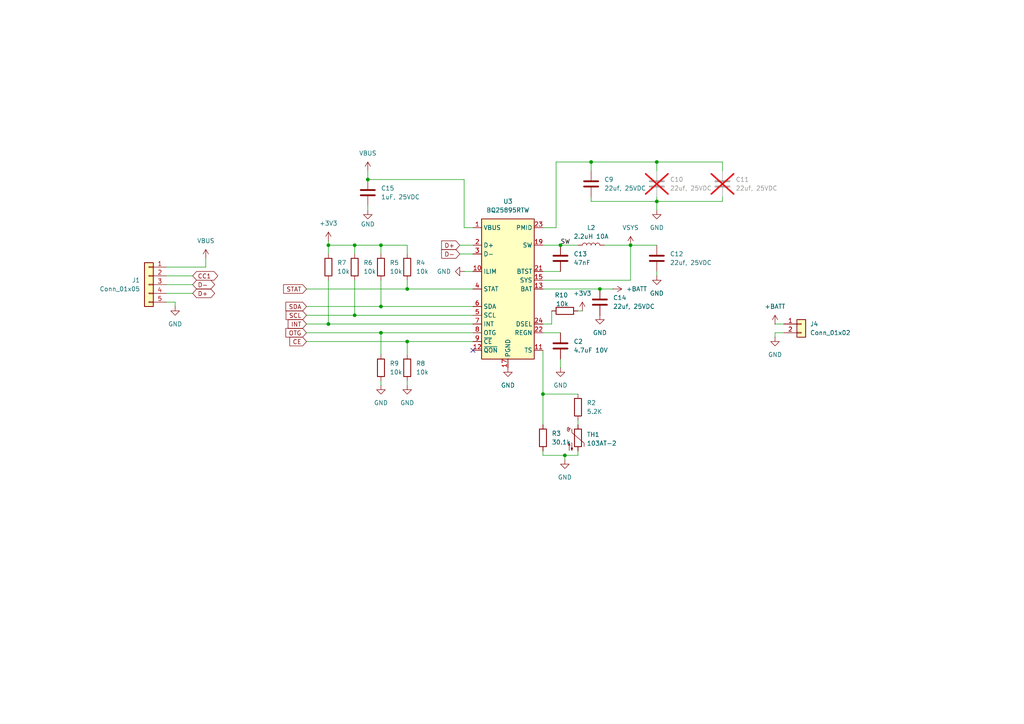
<source format=kicad_sch>
(kicad_sch (version 20231120) (generator "eeschema") (generator_version "8.0")
  (paper "A4")
  (lib_symbols
    (symbol "Battery_Management:BQ25895RTW"
      (property "Reference" "U" (at -5.08 22.86 0))
      (property "Value" "BQ25895RTW" (at 5.08 22.86 0))
      (symbol "BQ25895RTW_0_1"
        (rectangle (start -7.62 20.32) (end 7.62 -20.32) (stroke (width 0.254)) (fill (type background)))
      )
      (symbol "BQ25895RTW_1_1"
        (pin power_in line (at -10.16 17.78 0) (length 2.54) (name "VBUS") (number "1"))
        (pin passive line (at -10.16 5.08 0) (length 2.54) (name "ILIM") (number "10"))
        (pin passive line (at 10.16 -17.78 180) (length 2.54) (name "TS") (number "11"))
        (pin input line (at -10.16 -17.78 0) (length 2.54) (name "~{QON}") (number "12"))
        (pin passive line (at 10.16 0 180) (length 2.54) (name "BAT") (number "13"))
        (pin passive line (at 10.16 0 180) (length 2.54) hide (name "BAT") (number "14"))
        (pin passive line (at 10.16 2.54 180) (length 2.54) (name "SYS") (number "15"))
        (pin passive line (at 10.16 2.54 180) (length 2.54) hide (name "SYS") (number "16"))
        (pin power_in line (at 0 -22.86 90) (length 2.54) (name "PGND") (number "17"))
        (pin passive line (at 0 -22.86 90) (length 2.54) hide (name "PGND") (number "18"))
        (pin power_out line (at 10.16 12.7 180) (length 2.54) (name "SW") (number "19"))
        (pin bidirectional line (at -10.16 12.7 0) (length 2.54) (name "D+") (number "2"))
        (pin passive line (at 10.16 12.7 180) (length 2.54) hide (name "SW") (number "20"))
        (pin passive line (at 10.16 5.08 180) (length 2.54) (name "BTST") (number "21"))
        (pin passive line (at 10.16 -12.7 180) (length 2.54) (name "REGN") (number "22"))
        (pin power_out line (at 10.16 17.78 180) (length 2.54) (name "PMID") (number "23"))
        (pin open_collector line (at 10.16 -10.16 180) (length 2.54) (name "DSEL") (number "24"))
        (pin passive line (at 0 -22.86 90) (length 2.54) hide (name "PGND") (number "25"))
        (pin bidirectional line (at -10.16 10.16 0) (length 2.54) (name "D-") (number "3"))
        (pin open_collector line (at -10.16 0 0) (length 2.54) (name "STAT") (number "4"))
        (pin input line (at -10.16 -7.62 0) (length 2.54) (name "SCL") (number "5"))
        (pin bidirectional line (at -10.16 -5.08 0) (length 2.54) (name "SDA") (number "6"))
        (pin open_collector line (at -10.16 -10.16 0) (length 2.54) (name "INT") (number "7"))
        (pin input line (at -10.16 -12.7 0) (length 2.54) (name "OTG") (number "8"))
        (pin input line (at -10.16 -15.24 0) (length 2.54) (name "~{CE}") (number "9"))
      )
    )
    (symbol "Connector_Generic:Conn_01x02" (pin_names (offset 1.016) hide)
      (property "Reference" "J" (at 0 2.54 0))
      (property "Value" "Conn_01x02" (at 0 -5.08 0))
      (symbol "Conn_01x02_1_1"
        (rectangle (start -1.27 -2.413) (end 0 -2.667) (stroke (width 0.1524)))
        (rectangle (start -1.27 0.127) (end 0 -0.127) (stroke (width 0.1524)))
        (rectangle (start -1.27 1.27) (end 1.27 -3.81) (stroke (width 0.254)) (fill (type background)))
        (pin passive line (at -5.08 0 0) (length 3.81) (name "Pin_1") (number "1"))
        (pin passive line (at -5.08 -2.54 0) (length 3.81) (name "Pin_2") (number "2"))
      )
    )
    (symbol "Connector_Generic:Conn_01x05" (pin_names (offset 1.016) hide)
      (property "Reference" "J" (at 0 7.62 0))
      (property "Value" "Conn_01x05" (at 0 -7.62 0))
      (symbol "Conn_01x05_1_1"
        (rectangle (start -1.27 -4.953) (end 0 -5.207) (stroke (width 0.1524)))
        (rectangle (start -1.27 -2.413) (end 0 -2.667) (stroke (width 0.1524)))
        (rectangle (start -1.27 0.127) (end 0 -0.127) (stroke (width 0.1524)))
        (rectangle (start -1.27 2.667) (end 0 2.413) (stroke (width 0.1524)))
        (rectangle (start -1.27 5.207) (end 0 4.953) (stroke (width 0.1524)))
        (rectangle (start -1.27 6.35) (end 1.27 -6.35) (stroke (width 0.254)) (fill (type background)))
        (pin passive line (at -5.08 5.08 0) (length 3.81) (name "Pin_1") (number "1"))
        (pin passive line (at -5.08 2.54 0) (length 3.81) (name "Pin_2") (number "2"))
        (pin passive line (at -5.08 0 0) (length 3.81) (name "Pin_3") (number "3"))
        (pin passive line (at -5.08 -2.54 0) (length 3.81) (name "Pin_4") (number "4"))
        (pin passive line (at -5.08 -5.08 0) (length 3.81) (name "Pin_5") (number "5"))
      )
    )
    (symbol "Device:C" (pin_numbers hide) (pin_names (offset 0.254))
      (property "Reference" "C" (at 0.635 2.54 0))
      (property "Value" "C" (at 0.635 -2.54 0))
      (symbol "C_0_1"
        (polyline (pts (xy -2.032 -0.762) (xy 2.032 -0.762)) (stroke (width 0.508)))
        (polyline (pts (xy -2.032 0.762) (xy 2.032 0.762)) (stroke (width 0.508)))
      )
      (symbol "C_1_1"
        (pin passive line (at 0 3.81 270) (length 2.794) (name "~") (number "1"))
        (pin passive line (at 0 -3.81 90) (length 2.794) (name "~") (number "2"))
      )
    )
    (symbol "Device:L" (pin_numbers hide) (pin_names (offset 1.016) hide)
      (property "Reference" "L" (at -1.27 0 90))
      (property "Value" "L" (at 1.905 0 90))
      (symbol "L_0_1"
        (arc (start 0 -2.54) (mid 0.6323 -1.905) (end 0 -1.27))
        (arc (start 0 -1.27) (mid 0.6323 -0.635) (end 0 0))
        (arc (start 0 0) (mid 0.6323 0.635) (end 0 1.27))
        (arc (start 0 1.27) (mid 0.6323 1.905) (end 0 2.54))
      )
      (symbol "L_1_1"
        (pin passive line (at 0 3.81 270) (length 1.27) (name "1") (number "1"))
        (pin passive line (at 0 -3.81 90) (length 1.27) (name "2") (number "2"))
      )
    )
    (symbol "Device:R" (pin_numbers hide) (pin_names (offset 0))
      (property "Reference" "R" (at 2.032 0 90))
      (property "Value" "R" (at 0 0 90))
      (symbol "R_0_1"
        (rectangle (start -1.016 -2.54) (end 1.016 2.54) (stroke (width 0.254)))
      )
      (symbol "R_1_1"
        (pin passive line (at 0 3.81 270) (length 1.27) (name "~") (number "1"))
        (pin passive line (at 0 -3.81 90) (length 1.27) (name "~") (number "2"))
      )
    )
    (symbol "Device:Thermistor_NTC" (pin_numbers hide) (pin_names (offset 0))
      (property "Reference" "TH" (at -4.445 0 90))
      (property "Value" "Thermistor_NTC" (at 3.175 0 90))
      (symbol "Thermistor_NTC_0_1"
        (arc (start -3.048 2.159) (mid -3.0495 2.3143) (end -3.175 2.413))
        (arc (start -3.048 2.159) (mid -2.9736 1.9794) (end -2.794 1.905))
        (arc (start -3.048 2.794) (mid -2.9736 2.6144) (end -2.794 2.54))
        (arc (start -2.794 1.905) (mid -2.6144 1.9794) (end -2.54 2.159))
        (arc (start -2.794 2.54) (mid -2.4393 2.5587) (end -2.159 2.794))
        (arc (start -2.794 3.048) (mid -2.9736 2.9736) (end -3.048 2.794))
        (arc (start -2.54 2.794) (mid -2.6144 2.9736) (end -2.794 3.048))
        (rectangle (start -1.016 2.54) (end 1.016 -2.54) (stroke (width 0.254)))
        (polyline (pts (xy -2.54 2.159) (xy -2.54 2.794)))
        (polyline (pts (xy -1.778 2.54) (xy -1.778 1.524) (xy 1.778 -1.524) (xy 1.778 -2.54)))
        (polyline (pts (xy -2.54 -3.683) (xy -2.54 -1.397) (xy -2.794 -2.159) (xy -2.286 -2.159) (xy -2.54 -1.397) (xy -2.54 -1.651)) (fill (type outline)))
        (polyline (pts (xy -1.778 -1.397) (xy -1.778 -3.683) (xy -2.032 -2.921) (xy -1.524 -2.921) (xy -1.778 -3.683) (xy -1.778 -3.429)) (fill (type outline)))
      )
      (symbol "Thermistor_NTC_1_1"
        (pin passive line (at 0 3.81 270) (length 1.27) (name "~") (number "1"))
        (pin passive line (at 0 -3.81 90) (length 1.27) (name "~") (number "2"))
      )
    )
    (symbol "power:+3V3" (power) (pin_numbers hide) (pin_names (offset 0) hide)
      (property "Value" "+3V3" (at 0 3.556 0))
      (symbol "+3V3_0_1"
        (polyline (pts (xy -0.762 1.27) (xy 0 2.54)))
        (polyline (pts (xy 0 0) (xy 0 2.54)))
        (polyline (pts (xy 0 2.54) (xy 0.762 1.27)))
      )
      (symbol "+3V3_1_1"
        (pin power_in line (at 0 0 90) (length 0) (name "~") (number "1"))
      )
    )
    (symbol "power:+BATT" (power) (pin_numbers hide) (pin_names (offset 0) hide)
      (property "Value" "+BATT" (at 0 3.556 0))
      (symbol "+BATT_0_1"
        (polyline (pts (xy -0.762 1.27) (xy 0 2.54)))
        (polyline (pts (xy 0 0) (xy 0 2.54)))
        (polyline (pts (xy 0 2.54) (xy 0.762 1.27)))
      )
      (symbol "+BATT_1_1"
        (pin power_in line (at 0 0 90) (length 0) (name "~") (number "1"))
      )
    )
    (symbol "power:GND" (power) (pin_numbers hide) (pin_names (offset 0) hide)
      (property "Value" "GND" (at 0 -3.81 0))
      (symbol "GND_0_1"
        (polyline (pts (xy 0 0) (xy 0 -1.27) (xy 1.27 -1.27) (xy 0 -2.54) (xy -1.27 -1.27) (xy 0 -1.27)))
      )
      (symbol "GND_1_1"
        (pin power_in line (at 0 0 270) (length 0) (name "~") (number "1"))
      )
    )
    (symbol "power:VBUS" (power) (pin_numbers hide) (pin_names (offset 0) hide)
      (property "Value" "VBUS" (at 0 3.556 0))
      (symbol "VBUS_0_1"
        (polyline (pts (xy -0.762 1.27) (xy 0 2.54)))
        (polyline (pts (xy 0 0) (xy 0 2.54)))
        (polyline (pts (xy 0 2.54) (xy 0.762 1.27)))
      )
      (symbol "VBUS_1_1"
        (pin power_in line (at 0 0 90) (length 0) (name "~") (number "1"))
      )
    )
  )
  (junction (at 171.45 46.99))
  (junction (at 190.5 58.42))
  (junction (at 118.11 99.06))
  (junction (at 162.56 71.12))
  (junction (at 106.68 52.07))
  (junction (at 118.11 83.82))
  (junction (at 110.49 71.12))
  (junction (at 110.49 88.9))
  (junction (at 182.88 71.12))
  (junction (at 190.5 46.99))
  (junction (at 95.25 71.12))
  (junction (at 102.87 71.12))
  (junction (at 110.49 96.52))
  (junction (at 95.25 93.98))
  (junction (at 163.83 132.08))
  (junction (at 102.87 91.44))
  (junction (at 157.48 114.3))
  (junction (at 173.99 83.82))
  (no_connect (at 137.16 101.6))
  (wire (pts (xy 190.5 46.99) (xy 209.55 46.99)))
  (wire (pts (xy 88.9 83.82) (xy 118.11 83.82)))
  (wire (pts (xy 162.56 71.12) (xy 167.64 71.12)))
  (wire (pts (xy 118.11 81.28) (xy 118.11 83.82)))
  (wire (pts (xy 177.8 83.82) (xy 173.99 83.82)))
  (wire (pts (xy 209.55 58.42) (xy 190.5 58.42)))
  (wire (pts (xy 106.68 52.07) (xy 134.62 52.07)))
  (wire (pts (xy 157.48 132.08) (xy 163.83 132.08)))
  (wire (pts (xy 50.8 87.63) (xy 50.8 88.9)))
  (wire (pts (xy 133.35 73.66) (xy 137.16 73.66)))
  (wire (pts (xy 95.25 71.12) (xy 95.25 73.66)))
  (wire (pts (xy 137.16 96.52) (xy 110.49 96.52)))
  (wire (pts (xy 134.62 78.74) (xy 137.16 78.74)))
  (wire (pts (xy 157.48 132.08) (xy 157.48 130.81)))
  (wire (pts (xy 110.49 88.9) (xy 137.16 88.9)))
  (wire (pts (xy 190.5 80.01) (xy 190.5 78.74)))
  (wire (pts (xy 182.88 81.28) (xy 182.88 71.12)))
  (wire (pts (xy 133.35 71.12) (xy 137.16 71.12)))
  (wire (pts (xy 88.9 91.44) (xy 102.87 91.44)))
  (wire (pts (xy 157.48 66.04) (xy 161.29 66.04)))
  (wire (pts (xy 224.79 93.98) (xy 227.33 93.98)))
  (wire (pts (xy 106.68 49.53) (xy 106.68 52.07)))
  (wire (pts (xy 95.25 69.85) (xy 95.25 71.12)))
  (wire (pts (xy 110.49 81.28) (xy 110.49 88.9)))
  (wire (pts (xy 171.45 46.99) (xy 171.45 49.53)))
  (wire (pts (xy 161.29 46.99) (xy 171.45 46.99)))
  (wire (pts (xy 157.48 114.3) (xy 157.48 123.19)))
  (wire (pts (xy 209.55 57.15) (xy 209.55 58.42)))
  (wire (pts (xy 171.45 57.15) (xy 171.45 58.42)))
  (wire (pts (xy 118.11 110.49) (xy 118.11 111.76)))
  (wire (pts (xy 106.68 59.69) (xy 106.68 60.96)))
  (wire (pts (xy 167.64 121.92) (xy 167.64 123.19)))
  (wire (pts (xy 137.16 99.06) (xy 118.11 99.06)))
  (wire (pts (xy 59.69 77.47) (xy 59.69 74.93)))
  (wire (pts (xy 157.48 78.74) (xy 162.56 78.74)))
  (wire (pts (xy 227.33 96.52) (xy 224.79 96.52)))
  (wire (pts (xy 224.79 96.52) (xy 224.79 97.79)))
  (wire (pts (xy 102.87 71.12) (xy 95.25 71.12)))
  (wire (pts (xy 182.88 71.12) (xy 190.5 71.12)))
  (wire (pts (xy 110.49 71.12) (xy 102.87 71.12)))
  (wire (pts (xy 48.26 85.09) (xy 55.88 85.09)))
  (wire (pts (xy 171.45 46.99) (xy 190.5 46.99)))
  (wire (pts (xy 88.9 96.52) (xy 110.49 96.52)))
  (wire (pts (xy 157.48 83.82) (xy 173.99 83.82)))
  (wire (pts (xy 95.25 81.28) (xy 95.25 93.98)))
  (wire (pts (xy 190.5 46.99) (xy 190.5 49.53)))
  (wire (pts (xy 167.64 132.08) (xy 163.83 132.08)))
  (wire (pts (xy 134.62 52.07) (xy 134.62 66.04)))
  (wire (pts (xy 167.64 130.81) (xy 167.64 132.08)))
  (wire (pts (xy 48.26 82.55) (xy 55.88 82.55)))
  (wire (pts (xy 134.62 66.04) (xy 137.16 66.04)))
  (wire (pts (xy 161.29 66.04) (xy 161.29 46.99)))
  (wire (pts (xy 102.87 91.44) (xy 137.16 91.44)))
  (wire (pts (xy 160.02 93.98) (xy 157.48 93.98)))
  (wire (pts (xy 157.48 96.52) (xy 162.56 96.52)))
  (wire (pts (xy 110.49 71.12) (xy 110.49 73.66)))
  (wire (pts (xy 157.48 71.12) (xy 162.56 71.12)))
  (wire (pts (xy 163.83 133.35) (xy 163.83 132.08)))
  (wire (pts (xy 190.5 58.42) (xy 190.5 57.15)))
  (wire (pts (xy 162.56 104.14) (xy 162.56 106.68)))
  (wire (pts (xy 118.11 83.82) (xy 137.16 83.82)))
  (wire (pts (xy 95.25 93.98) (xy 137.16 93.98)))
  (wire (pts (xy 110.49 110.49) (xy 110.49 111.76)))
  (wire (pts (xy 102.87 71.12) (xy 102.87 73.66)))
  (wire (pts (xy 157.48 81.28) (xy 182.88 81.28)))
  (wire (pts (xy 160.02 90.17) (xy 160.02 93.98)))
  (wire (pts (xy 88.9 99.06) (xy 118.11 99.06)))
  (wire (pts (xy 209.55 46.99) (xy 209.55 49.53)))
  (wire (pts (xy 48.26 77.47) (xy 59.69 77.47)))
  (wire (pts (xy 157.48 114.3) (xy 157.48 101.6)))
  (wire (pts (xy 102.87 81.28) (xy 102.87 91.44)))
  (wire (pts (xy 88.9 93.98) (xy 95.25 93.98)))
  (wire (pts (xy 171.45 58.42) (xy 190.5 58.42)))
  (wire (pts (xy 110.49 96.52) (xy 110.49 102.87)))
  (wire (pts (xy 118.11 71.12) (xy 110.49 71.12)))
  (wire (pts (xy 48.26 80.01) (xy 55.88 80.01)))
  (wire (pts (xy 190.5 58.42) (xy 190.5 60.96)))
  (wire (pts (xy 48.26 87.63) (xy 50.8 87.63)))
  (wire (pts (xy 168.91 90.17) (xy 167.64 90.17)))
  (wire (pts (xy 157.48 114.3) (xy 167.64 114.3)))
  (wire (pts (xy 118.11 99.06) (xy 118.11 102.87)))
  (wire (pts (xy 118.11 73.66) (xy 118.11 71.12)))
  (wire (pts (xy 88.9 88.9) (xy 110.49 88.9)))
  (wire (pts (xy 175.26 71.12) (xy 182.88 71.12)))
  (label "SW" (at 162.56 71.12 0))
  (global_label "OTG" (shape input) (at 88.9 96.52 180) (property "Intersheetrefs" "${INTERSHEET_REFS}" (effects (hide yes))))
  (global_label "STAT" (shape input) (at 88.9 83.82 180) (property "Intersheetrefs" "${INTERSHEET_REFS}" (effects (hide yes))))
  (global_label "INT" (shape input) (at 88.9 93.98 180) (property "Intersheetrefs" "${INTERSHEET_REFS}" (effects (hide yes))))
  (global_label "SDA" (shape input) (at 88.9 88.9 180) (property "Intersheetrefs" "${INTERSHEET_REFS}" (effects (hide yes))))
  (global_label "SCL" (shape input) (at 88.9 91.44 180) (property "Intersheetrefs" "${INTERSHEET_REFS}" (effects (hide yes))))
  (global_label "CC1" (shape bidirectional) (at 55.88 80.01 0) (property "Intersheetrefs" "${INTERSHEET_REFS}" (effects (hide yes))))
  (global_label "D-" (shape input) (at 133.35 73.66 180) (property "Intersheetrefs" "${INTERSHEET_REFS}" (effects (hide yes))))
  (global_label "D-" (shape bidirectional) (at 55.88 82.55 0) (property "Intersheetrefs" "${INTERSHEET_REFS}" (effects (hide yes))))
  (global_label "D+" (shape input) (at 133.35 71.12 180) (property "Intersheetrefs" "${INTERSHEET_REFS}" (effects (hide yes))))
  (global_label "CE" (shape input) (at 88.9 99.06 180) (property "Intersheetrefs" "${INTERSHEET_REFS}" (effects (hide yes))))
  (global_label "D+" (shape bidirectional) (at 55.88 85.09 0) (property "Intersheetrefs" "${INTERSHEET_REFS}" (effects (hide yes))))
  (symbol (lib_id "Battery_Management:BQ25895RTW") (at 147.32 83.82 0) (unit 1)
    (property "Reference" "U3" (at 147.32 58.42 0))
    (property "Value" "BQ25895RTW" (at 147.32 60.96 0))
    (property "Footprint" "Package_DFN_QFN:Texas_RTW_WQFN-24-1EP_4x4mm_P0.5mm_EP2.7x2.7mm_ThermalVias" (effects (hide yes)))
    (property "Datasheet" "http://www.ti.com/lit/ds/symlink/bq25895.pdf" (effects (hide yes)))
    (property "Description" "Controlled Single Cell 5A Fast Charger with MaxCharge, WQFN-24" (effects (hide yes)))
  )
  (symbol (lib_id "power:+BATT") (at 182.88 71.12 0) (unit 1)
    (property "Reference" "#PWR031" (effects (hide yes)))
    (property "Value" "VSYS" (at 182.88 66.04 0))
    (property "Description" "Power symbol creates a global label with name \"+BATT\"" (effects (hide yes)))
  )
  (symbol (lib_id "power:GND") (at 134.62 78.74 270) (unit 1)
    (property "Reference" "#PWR013" (effects (hide yes)))
    (property "Value" "GND" (at 130.81 78.7399 90) (effects (justify right)))
    (property "Description" "Power symbol creates a global label with name \"GND\" , ground" (effects (hide yes)))
  )
  (symbol (lib_id "power:GND") (at 163.83 133.35 0) (unit 1)
    (property "Reference" "#PWR019" (effects (hide yes)))
    (property "Value" "GND" (at 163.83 138.43 0))
    (property "Description" "Power symbol creates a global label with name \"GND\" , ground" (effects (hide yes)))
  )
  (symbol (lib_id "Device:R") (at 95.25 77.47 0) (unit 1)
    (property "Reference" "R7" (at 97.79 76.1999 0) (effects (justify left)))
    (property "Value" "10k" (at 97.79 78.7399 0) (effects (justify left)))
    (property "Footprint" "Resistor_SMD:R_0603_1608Metric_Pad0.98x0.95mm_HandSolder" (effects (hide yes)))
    (property "Description" "Resistor" (effects (hide yes)))
  )
  (symbol (lib_id "Device:C") (at 162.56 100.33 0) (unit 1)
    (property "Reference" "C2" (at 166.37 99.0599 0) (effects (justify left)))
    (property "Value" "4.7uF 10V" (at 166.37 101.5999 0) (effects (justify left)))
    (property "Footprint" "Capacitor_SMD:C_0603_1608Metric_Pad1.08x0.95mm_HandSolder" (effects (hide yes)))
    (property "Description" "Unpolarized capacitor" (effects (hide yes)))
  )
  (symbol (lib_id "power:+BATT") (at 224.79 93.98 0) (unit 1)
    (property "Reference" "#PWR040" (effects (hide yes)))
    (property "Value" "+BATT" (at 224.79 88.9 0))
    (property "Description" "Power symbol creates a global label with name \"+BATT\"" (effects (hide yes)))
  )
  (symbol (lib_id "power:GND") (at 50.8 88.9 0) (unit 1)
    (property "Reference" "#PWR024" (effects (hide yes)))
    (property "Value" "GND" (at 50.8 93.98 0))
    (property "Description" "Power symbol creates a global label with name \"GND\" , ground" (effects (hide yes)))
  )
  (symbol (lib_id "Device:R") (at 118.11 77.47 0) (unit 1)
    (property "Reference" "R4" (at 120.65 76.1999 0) (effects (justify left)))
    (property "Value" "10k" (at 120.65 78.7399 0) (effects (justify left)))
    (property "Footprint" "Resistor_SMD:R_0603_1608Metric_Pad0.98x0.95mm_HandSolder" (effects (hide yes)))
    (property "Description" "Resistor" (effects (hide yes)))
  )
  (symbol (lib_id "Device:C") (at 173.99 87.63 0) (unit 1)
    (property "Reference" "C14" (at 177.8 86.3599 0) (effects (justify left)))
    (property "Value" "22uf, 25VDC" (at 177.8 88.8999 0) (effects (justify left)))
    (property "Footprint" "Capacitor_SMD:C_0805_2012Metric_Pad1.18x1.45mm_HandSolder" (effects (hide yes)))
    (property "Description" "Unpolarized capacitor" (effects (hide yes)))
    (property "MPN" "CL21A226MAYNNNE" (effects (hide yes)))
  )
  (symbol (lib_id "power:GND") (at 173.99 91.44 0) (unit 1)
    (property "Reference" "#PWR017" (effects (hide yes)))
    (property "Value" "GND" (at 173.99 96.52 0))
    (property "Description" "Power symbol creates a global label with name \"GND\" , ground" (effects (hide yes)))
  )
  (symbol (lib_id "power:VBUS") (at 59.69 74.93 0) (unit 1)
    (property "Reference" "#PWR011" (effects (hide yes)))
    (property "Value" "VBUS" (at 59.69 69.85 0))
    (property "Description" "Power symbol creates a global label with name \"VBUS\"" (effects (hide yes)))
  )
  (symbol (lib_id "Connector_Generic:Conn_01x05") (at 43.18 82.55 0) (mirror y) (unit 1)
    (property "Reference" "J1" (at 40.64 81.2799 0) (effects (justify left)))
    (property "Value" "Conn_01x05" (at 40.64 83.8199 0) (effects (justify left)))
    (property "Footprint" "Connector_JST:JST_PH_B5B-PH-K_1x05_P2.00mm_Vertical" (effects (hide yes)))
    (property "Description" "Generic connector, single row, 01x05, script generated (kicad-library-utils/schlib/autogen/connector/)" (effects (hide yes)))
  )
  (symbol (lib_id "power:GND") (at 118.11 111.76 0) (unit 1)
    (property "Reference" "#PWR020" (effects (hide yes)))
    (property "Value" "GND" (at 118.11 116.84 0))
    (property "Description" "Power symbol creates a global label with name \"GND\" , ground" (effects (hide yes)))
  )
  (symbol (lib_id "Device:R") (at 157.48 127 0) (unit 1)
    (property "Reference" "R3" (at 160.02 125.7299 0) (effects (justify left)))
    (property "Value" "30.1k" (at 160.02 128.2699 0) (effects (justify left)))
    (property "Footprint" "Resistor_SMD:R_0603_1608Metric_Pad0.98x0.95mm_HandSolder" (effects (hide yes)))
    (property "Description" "Resistor" (effects (hide yes)))
  )
  (symbol (lib_id "power:GND") (at 106.68 60.96 0) (unit 1)
    (property "Reference" "#PWR018" (effects (hide yes)))
    (property "Value" "GND" (at 106.68 65.024 0))
    (property "Description" "Power symbol creates a global label with name \"GND\" , ground" (effects (hide yes)))
  )
  (symbol (lib_id "power:VBUS") (at 106.68 49.53 0) (unit 1)
    (property "Reference" "#PWR012" (effects (hide yes)))
    (property "Value" "VBUS" (at 106.68 44.45 0))
    (property "Description" "Power symbol creates a global label with name \"VBUS\"" (effects (hide yes)))
  )
  (symbol (lib_id "Device:R") (at 163.83 90.17 270) (unit 1)
    (property "Reference" "R10" (at 162.814 85.598 90))
    (property "Value" "10k" (at 163.068 88.138 90))
    (property "Footprint" "Resistor_SMD:R_0603_1608Metric_Pad0.98x0.95mm_HandSolder" (effects (hide yes)))
    (property "Description" "Resistor" (effects (hide yes)))
  )
  (symbol (lib_id "Device:C") (at 106.68 55.88 0) (unit 1)
    (property "Reference" "C15" (at 110.49 54.6099 0) (effects (justify left)))
    (property "Value" "1uF, 25VDC" (at 110.49 57.1499 0) (effects (justify left)))
    (property "Footprint" "Capacitor_SMD:C_0603_1608Metric_Pad1.08x0.95mm_HandSolder" (effects (hide yes)))
    (property "Description" "Unpolarized capacitor" (effects (hide yes)))
  )
  (symbol (lib_id "power:GND") (at 190.5 80.01 0) (unit 1)
    (property "Reference" "#PWR015" (effects (hide yes)))
    (property "Value" "GND" (at 190.5 85.09 0))
    (property "Description" "Power symbol creates a global label with name \"GND\" , ground" (effects (hide yes)))
  )
  (symbol (lib_id "Device:R") (at 167.64 118.11 0) (unit 1)
    (property "Reference" "R2" (at 170.18 116.8399 0) (effects (justify left)))
    (property "Value" "5.2K" (at 170.18 119.3799 0) (effects (justify left)))
    (property "Footprint" "Resistor_SMD:R_0603_1608Metric_Pad0.98x0.95mm_HandSolder" (effects (hide yes)))
    (property "Description" "Resistor" (effects (hide yes)))
  )
  (symbol (lib_id "Device:R") (at 102.87 77.47 0) (unit 1)
    (property "Reference" "R6" (at 105.41 76.1999 0) (effects (justify left)))
    (property "Value" "10k" (at 105.41 78.7399 0) (effects (justify left)))
    (property "Footprint" "Resistor_SMD:R_0603_1608Metric_Pad0.98x0.95mm_HandSolder" (effects (hide yes)))
    (property "Description" "Resistor" (effects (hide yes)))
  )
  (symbol (lib_id "power:GND") (at 190.5 60.96 0) (unit 1)
    (property "Reference" "#PWR010" (effects (hide yes)))
    (property "Value" "GND" (at 190.5 66.04 0))
    (property "Description" "Power symbol creates a global label with name \"GND\" , ground" (effects (hide yes)))
  )
  (symbol (lib_id "Device:C") (at 190.5 74.93 0) (unit 1)
    (property "Reference" "C12" (at 194.31 73.6599 0) (effects (justify left)))
    (property "Value" "22uf, 25VDC" (at 194.31 76.1999 0) (effects (justify left)))
    (property "Footprint" "Capacitor_SMD:C_0805_2012Metric_Pad1.18x1.45mm_HandSolder" (effects (hide yes)))
    (property "Description" "Unpolarized capacitor" (effects (hide yes)))
    (property "MPN" "CL21A226MAYNNNE" (effects (hide yes)))
  )
  (symbol (lib_id "Device:C") (at 171.45 53.34 0) (unit 1)
    (property "Reference" "C9" (at 175.26 52.0699 0) (effects (justify left)))
    (property "Value" "22uf, 25VDC" (at 175.26 54.6099 0) (effects (justify left)))
    (property "Footprint" "Capacitor_SMD:C_0805_2012Metric_Pad1.18x1.45mm_HandSolder" (effects (hide yes)))
    (property "Description" "Unpolarized capacitor" (effects (hide yes)))
    (property "MPN" "CL21A226MAYNNNE" (effects (hide yes)))
  )
  (symbol (lib_id "Device:C") (at 190.5 53.34 0) (unit 1) (dnp yes)
    (property "Reference" "C10" (at 194.31 52.0699 0) (effects (justify left)))
    (property "Value" "22uf, 25VDC" (at 194.31 54.6099 0) (effects (justify left)))
    (property "Footprint" "Capacitor_SMD:C_0805_2012Metric_Pad1.18x1.45mm_HandSolder" (effects (hide yes)))
    (property "Description" "Unpolarized capacitor" (effects (hide yes)))
    (property "MPN" "CL21A226MAYNNNE" (effects (hide yes)))
  )
  (symbol (lib_id "power:GND") (at 147.32 106.68 0) (unit 1)
    (property "Reference" "#PWR014" (effects (hide yes)))
    (property "Value" "GND" (at 147.32 111.76 0))
    (property "Description" "Power symbol creates a global label with name \"GND\" , ground" (effects (hide yes)))
  )
  (symbol (lib_id "power:GND") (at 224.79 97.79 0) (unit 1)
    (property "Reference" "#PWR041" (effects (hide yes)))
    (property "Value" "GND" (at 224.79 102.87 0))
    (property "Description" "Power symbol creates a global label with name \"GND\" , ground" (effects (hide yes)))
  )
  (symbol (lib_id "power:+3V3") (at 95.25 69.85 0) (unit 1)
    (property "Reference" "#PWR022" (effects (hide yes)))
    (property "Value" "+3V3" (at 95.25 64.77 0))
    (property "Description" "Power symbol creates a global label with name \"+3V3\"" (effects (hide yes)))
  )
  (symbol (lib_id "power:+BATT") (at 177.8 83.82 270) (unit 1)
    (property "Reference" "#PWR016" (effects (hide yes)))
    (property "Value" "+BATT" (at 181.61 83.8199 90) (effects (justify left)))
    (property "Description" "Power symbol creates a global label with name \"+BATT\"" (effects (hide yes)))
  )
  (symbol (lib_id "Connector_Generic:Conn_01x02") (at 232.41 93.98 0) (unit 1)
    (property "Reference" "J4" (at 234.95 93.9799 0) (effects (justify left)))
    (property "Value" "Conn_01x02" (at 234.95 96.5199 0) (effects (justify left)))
    (property "Footprint" "Connector_JST:JST_EH_B2B-EH-A_1x02_P2.50mm_Vertical" (effects (hide yes)))
    (property "Description" "Generic connector, single row, 01x02, script generated (kicad-library-utils/schlib/autogen/connector/)" (effects (hide yes)))
  )
  (symbol (lib_id "power:GND") (at 162.56 106.68 0) (unit 1)
    (property "Reference" "#PWR09" (effects (hide yes)))
    (property "Value" "GND" (at 162.56 111.76 0))
    (property "Description" "Power symbol creates a global label with name \"GND\" , ground" (effects (hide yes)))
  )
  (symbol (lib_id "Device:C") (at 162.56 74.93 0) (unit 1)
    (property "Reference" "C13" (at 166.37 73.6599 0) (effects (justify left)))
    (property "Value" "47nF" (at 166.37 76.1999 0) (effects (justify left)))
    (property "Footprint" "Capacitor_SMD:C_0603_1608Metric_Pad1.08x0.95mm_HandSolder" (effects (hide yes)))
    (property "Description" "Unpolarized capacitor" (effects (hide yes)))
  )
  (symbol (lib_id "Device:C") (at 209.55 53.34 0) (unit 1) (dnp yes)
    (property "Reference" "C11" (at 213.36 52.0699 0) (effects (justify left)))
    (property "Value" "22uf, 25VDC" (at 213.36 54.6099 0) (effects (justify left)))
    (property "Footprint" "Capacitor_SMD:C_0805_2012Metric_Pad1.18x1.45mm_HandSolder" (effects (hide yes)))
    (property "Description" "Unpolarized capacitor" (effects (hide yes)))
    (property "MPN" "CL21A226MAYNNNE" (effects (hide yes)))
  )
  (symbol (lib_id "Device:R") (at 118.11 106.68 0) (unit 1)
    (property "Reference" "R8" (at 120.65 105.4099 0) (effects (justify left)))
    (property "Value" "10k" (at 120.65 107.9499 0) (effects (justify left)))
    (property "Footprint" "Resistor_SMD:R_0603_1608Metric_Pad0.98x0.95mm_HandSolder" (effects (hide yes)))
    (property "Description" "Resistor" (effects (hide yes)))
  )
  (symbol (lib_id "power:GND") (at 110.49 111.76 0) (unit 1)
    (property "Reference" "#PWR021" (effects (hide yes)))
    (property "Value" "GND" (at 110.49 116.84 0))
    (property "Description" "Power symbol creates a global label with name \"GND\" , ground" (effects (hide yes)))
  )
  (symbol (lib_id "Device:R") (at 110.49 106.68 0) (unit 1)
    (property "Reference" "R9" (at 113.03 105.4099 0) (effects (justify left)))
    (property "Value" "10k" (at 113.03 107.9499 0) (effects (justify left)))
    (property "Footprint" "Resistor_SMD:R_0603_1608Metric_Pad0.98x0.95mm_HandSolder" (effects (hide yes)))
    (property "Description" "Resistor" (effects (hide yes)))
  )
  (symbol (lib_id "Device:R") (at 110.49 77.47 0) (unit 1)
    (property "Reference" "R5" (at 113.03 76.1999 0) (effects (justify left)))
    (property "Value" "10k" (at 113.03 78.7399 0) (effects (justify left)))
    (property "Footprint" "Resistor_SMD:R_0603_1608Metric_Pad0.98x0.95mm_HandSolder" (effects (hide yes)))
    (property "Description" "Resistor" (effects (hide yes)))
  )
  (symbol (lib_id "Device:L") (at 171.45 71.12 90) (unit 1)
    (property "Reference" "L2" (at 171.45 66.04 90))
    (property "Value" "2.2uH 10A" (at 171.45 68.58 90))
    (property "Footprint" "Inductor_SMD:L_PSA_WLPMA0A040" (effects (hide yes)))
    (property "Datasheet" "https://www.mouser.ch/datasheet/2/210/WLPMA0A040LC_Series-1670480.pdf" (effects (hide yes)))
    (property "Description" "Inductor" (effects (hide yes)))
    (property "MPN" "WLPMA0A040M2R2LC" (effects (hide yes)))
    (property "Manufacturer" "WALSIN" (effects (hide yes)))
  )
  (symbol (lib_id "power:+3V3") (at 168.91 90.17 0) (unit 1)
    (property "Reference" "#PWR023" (effects (hide yes)))
    (property "Value" "+3V3" (at 168.91 85.09 0))
    (property "Description" "Power symbol creates a global label with name \"+3V3\"" (effects (hide yes)))
  )
  (symbol (lib_id "Device:Thermistor_NTC") (at 167.64 127 0) (unit 1)
    (property "Reference" "TH1" (at 170.18 126.0474 0) (effects (justify left)))
    (property "Value" "103AT-2" (at 170.18 128.5874 0) (effects (justify left)))
    (property "Footprint" "Connector_PinHeader_2.54mm:PinHeader_1x02_P2.54mm_Vertical" (effects (hide yes)))
    (property "Datasheet" "https://www.mouser.de/datasheet/2/362/semitec_atthermistor-1202913.pdf" (effects (hide yes)))
    (property "Description" "Temperature dependent resistor, negative temperature coefficient" (effects (hide yes)))
    (property "MPN" "103AT-2" (effects (hide yes)))
    (property "Manufacturer" "Semitec" (effects (hide yes)))
  )
)
</source>
